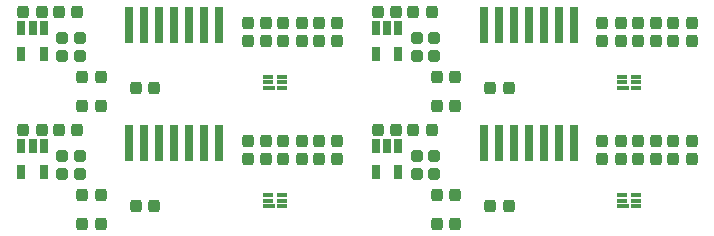
<source format=gbs>
%TF.GenerationSoftware,KiCad,Pcbnew,(6.0.1)*%
%TF.CreationDate,2022-12-02T00:54:43+09:00*%
%TF.ProjectId,VL6180ToF,564c3631-3830-4546-9f46-2e6b69636164,rev?*%
%TF.SameCoordinates,Original*%
%TF.FileFunction,Soldermask,Bot*%
%TF.FilePolarity,Negative*%
%FSLAX46Y46*%
G04 Gerber Fmt 4.6, Leading zero omitted, Abs format (unit mm)*
G04 Created by KiCad (PCBNEW (6.0.1)) date 2022-12-02 00:54:43*
%MOMM*%
%LPD*%
G01*
G04 APERTURE LIST*
G04 Aperture macros list*
%AMRoundRect*
0 Rectangle with rounded corners*
0 $1 Rounding radius*
0 $2 $3 $4 $5 $6 $7 $8 $9 X,Y pos of 4 corners*
0 Add a 4 corners polygon primitive as box body*
4,1,4,$2,$3,$4,$5,$6,$7,$8,$9,$2,$3,0*
0 Add four circle primitives for the rounded corners*
1,1,$1+$1,$2,$3*
1,1,$1+$1,$4,$5*
1,1,$1+$1,$6,$7*
1,1,$1+$1,$8,$9*
0 Add four rect primitives between the rounded corners*
20,1,$1+$1,$2,$3,$4,$5,0*
20,1,$1+$1,$4,$5,$6,$7,0*
20,1,$1+$1,$6,$7,$8,$9,0*
20,1,$1+$1,$8,$9,$2,$3,0*%
G04 Aperture macros list end*
%ADD10RoundRect,0.268750X-0.218750X-0.256250X0.218750X-0.256250X0.218750X0.256250X-0.218750X0.256250X0*%
%ADD11RoundRect,0.268750X0.218750X0.256250X-0.218750X0.256250X-0.218750X-0.256250X0.218750X-0.256250X0*%
%ADD12RoundRect,0.268750X0.256250X-0.218750X0.256250X0.218750X-0.256250X0.218750X-0.256250X-0.218750X0*%
%ADD13RoundRect,0.050000X0.425000X-0.140000X0.425000X0.140000X-0.425000X0.140000X-0.425000X-0.140000X0*%
%ADD14RoundRect,0.050000X0.375000X-0.140000X0.375000X0.140000X-0.375000X0.140000X-0.375000X-0.140000X0*%
%ADD15RoundRect,0.050000X-0.325000X0.530000X-0.325000X-0.530000X0.325000X-0.530000X0.325000X0.530000X0*%
%ADD16RoundRect,0.050000X-0.325000X1.500000X-0.325000X-1.500000X0.325000X-1.500000X0.325000X1.500000X0*%
G04 APERTURE END LIST*
D10*
%TO.C,C1*%
X117212500Y-101000000D03*
X118787500Y-101000000D03*
%TD*%
D11*
%TO.C,C2*%
X121787500Y-101000000D03*
X120212500Y-101000000D03*
%TD*%
D12*
%TO.C,C3*%
X120500000Y-104787500D03*
X120500000Y-103212500D03*
%TD*%
%TO.C,C4*%
X122000000Y-104787500D03*
X122000000Y-103212500D03*
%TD*%
D11*
%TO.C,C5*%
X128287500Y-107500000D03*
X126712500Y-107500000D03*
%TD*%
D13*
%TO.C,Q1*%
X137975000Y-107500000D03*
D14*
X137925000Y-107000000D03*
X137925000Y-106500000D03*
X139075000Y-106500000D03*
X139075000Y-107000000D03*
X139075000Y-107500000D03*
%TD*%
D10*
%TO.C,R1*%
X122212500Y-106500000D03*
X123787500Y-106500000D03*
%TD*%
%TO.C,R2*%
X122212500Y-109000000D03*
X123787500Y-109000000D03*
%TD*%
D11*
%TO.C,R3*%
X137787500Y-103500000D03*
X136212500Y-103500000D03*
%TD*%
%TO.C,R4*%
X137787500Y-102000000D03*
X136212500Y-102000000D03*
%TD*%
D10*
%TO.C,R5*%
X139212500Y-103500000D03*
X140787500Y-103500000D03*
%TD*%
%TO.C,R6*%
X139212500Y-102000000D03*
X140787500Y-102000000D03*
%TD*%
%TO.C,R7*%
X142212500Y-103500000D03*
X143787500Y-103500000D03*
%TD*%
%TO.C,R8*%
X142212500Y-102000000D03*
X143787500Y-102000000D03*
%TD*%
D15*
%TO.C,U1*%
X117050000Y-102400000D03*
X118000000Y-102400000D03*
X118950000Y-102400000D03*
X118950000Y-104600000D03*
X117050000Y-104600000D03*
%TD*%
D11*
%TO.C,R3*%
X167787500Y-113500000D03*
X166212500Y-113500000D03*
%TD*%
%TO.C,R3*%
X137787500Y-113500000D03*
X136212500Y-113500000D03*
%TD*%
D13*
%TO.C,Q1*%
X167975000Y-107500000D03*
D14*
X167925000Y-107000000D03*
X167925000Y-106500000D03*
X169075000Y-106500000D03*
X169075000Y-107000000D03*
X169075000Y-107500000D03*
%TD*%
D12*
%TO.C,C3*%
X120500000Y-114787500D03*
X120500000Y-113212500D03*
%TD*%
D11*
%TO.C,C2*%
X151787500Y-101000000D03*
X150212500Y-101000000D03*
%TD*%
D10*
%TO.C,C1*%
X147212500Y-111000000D03*
X148787500Y-111000000D03*
%TD*%
%TO.C,R7*%
X172212500Y-103500000D03*
X173787500Y-103500000D03*
%TD*%
%TO.C,R2*%
X152212500Y-109000000D03*
X153787500Y-109000000D03*
%TD*%
D11*
%TO.C,R4*%
X167787500Y-112000000D03*
X166212500Y-112000000D03*
%TD*%
D10*
%TO.C,R6*%
X169212500Y-102000000D03*
X170787500Y-102000000D03*
%TD*%
%TO.C,R2*%
X122212500Y-119000000D03*
X123787500Y-119000000D03*
%TD*%
D11*
%TO.C,C2*%
X121787500Y-111000000D03*
X120212500Y-111000000D03*
%TD*%
D16*
%TO.C,J1*%
X156190000Y-102137500D03*
X157460000Y-102137500D03*
X158730000Y-102137500D03*
X160000000Y-102137500D03*
X161270000Y-102137500D03*
X162540000Y-102137500D03*
X163810000Y-102137500D03*
%TD*%
D10*
%TO.C,R8*%
X172212500Y-112000000D03*
X173787500Y-112000000D03*
%TD*%
%TO.C,R7*%
X172212500Y-113500000D03*
X173787500Y-113500000D03*
%TD*%
D12*
%TO.C,C4*%
X122000000Y-114787500D03*
X122000000Y-113212500D03*
%TD*%
D11*
%TO.C,C5*%
X128287500Y-117500000D03*
X126712500Y-117500000D03*
%TD*%
D10*
%TO.C,R8*%
X142212500Y-112000000D03*
X143787500Y-112000000D03*
%TD*%
D16*
%TO.C,J1*%
X156190000Y-112137500D03*
X157460000Y-112137500D03*
X158730000Y-112137500D03*
X160000000Y-112137500D03*
X161270000Y-112137500D03*
X162540000Y-112137500D03*
X163810000Y-112137500D03*
%TD*%
D15*
%TO.C,U1*%
X117050000Y-112400000D03*
X118000000Y-112400000D03*
X118950000Y-112400000D03*
X118950000Y-114600000D03*
X117050000Y-114600000D03*
%TD*%
D16*
%TO.C,J1*%
X126190000Y-102137500D03*
X127460000Y-102137500D03*
X128730000Y-102137500D03*
X130000000Y-102137500D03*
X131270000Y-102137500D03*
X132540000Y-102137500D03*
X133810000Y-102137500D03*
%TD*%
D13*
%TO.C,Q1*%
X137975000Y-117500000D03*
D14*
X137925000Y-117000000D03*
X137925000Y-116500000D03*
X139075000Y-116500000D03*
X139075000Y-117000000D03*
X139075000Y-117500000D03*
%TD*%
D12*
%TO.C,C3*%
X150500000Y-114787500D03*
X150500000Y-113212500D03*
%TD*%
D10*
%TO.C,R7*%
X142212500Y-113500000D03*
X143787500Y-113500000D03*
%TD*%
%TO.C,R5*%
X169212500Y-103500000D03*
X170787500Y-103500000D03*
%TD*%
D11*
%TO.C,C5*%
X158287500Y-117500000D03*
X156712500Y-117500000D03*
%TD*%
D10*
%TO.C,R1*%
X152212500Y-106500000D03*
X153787500Y-106500000D03*
%TD*%
D12*
%TO.C,C3*%
X150500000Y-104787500D03*
X150500000Y-103212500D03*
%TD*%
D10*
%TO.C,R1*%
X122212500Y-116500000D03*
X123787500Y-116500000D03*
%TD*%
%TO.C,R1*%
X152212500Y-116500000D03*
X153787500Y-116500000D03*
%TD*%
D11*
%TO.C,C5*%
X158287500Y-107500000D03*
X156712500Y-107500000D03*
%TD*%
D10*
%TO.C,R5*%
X139212500Y-113500000D03*
X140787500Y-113500000D03*
%TD*%
%TO.C,R5*%
X169212500Y-113500000D03*
X170787500Y-113500000D03*
%TD*%
D11*
%TO.C,R4*%
X137787500Y-112000000D03*
X136212500Y-112000000D03*
%TD*%
D10*
%TO.C,R6*%
X139212500Y-112000000D03*
X140787500Y-112000000D03*
%TD*%
%TO.C,C1*%
X117212500Y-111000000D03*
X118787500Y-111000000D03*
%TD*%
%TO.C,C1*%
X147212500Y-101000000D03*
X148787500Y-101000000D03*
%TD*%
%TO.C,R2*%
X152212500Y-119000000D03*
X153787500Y-119000000D03*
%TD*%
D12*
%TO.C,C4*%
X152000000Y-114787500D03*
X152000000Y-113212500D03*
%TD*%
D11*
%TO.C,C2*%
X151787500Y-111000000D03*
X150212500Y-111000000D03*
%TD*%
D15*
%TO.C,U1*%
X147050000Y-112400000D03*
X148000000Y-112400000D03*
X148950000Y-112400000D03*
X148950000Y-114600000D03*
X147050000Y-114600000D03*
%TD*%
D10*
%TO.C,R6*%
X169212500Y-112000000D03*
X170787500Y-112000000D03*
%TD*%
D13*
%TO.C,Q1*%
X167975000Y-117500000D03*
D14*
X167925000Y-117000000D03*
X167925000Y-116500000D03*
X169075000Y-116500000D03*
X169075000Y-117000000D03*
X169075000Y-117500000D03*
%TD*%
D11*
%TO.C,R3*%
X167787500Y-103500000D03*
X166212500Y-103500000D03*
%TD*%
D15*
%TO.C,U1*%
X147050000Y-102400000D03*
X148000000Y-102400000D03*
X148950000Y-102400000D03*
X148950000Y-104600000D03*
X147050000Y-104600000D03*
%TD*%
D11*
%TO.C,R4*%
X167787500Y-102000000D03*
X166212500Y-102000000D03*
%TD*%
D10*
%TO.C,R8*%
X172212500Y-102000000D03*
X173787500Y-102000000D03*
%TD*%
D12*
%TO.C,C4*%
X152000000Y-104787500D03*
X152000000Y-103212500D03*
%TD*%
D16*
%TO.C,J1*%
X126190000Y-112137500D03*
X127460000Y-112137500D03*
X128730000Y-112137500D03*
X130000000Y-112137500D03*
X131270000Y-112137500D03*
X132540000Y-112137500D03*
X133810000Y-112137500D03*
%TD*%
M02*

</source>
